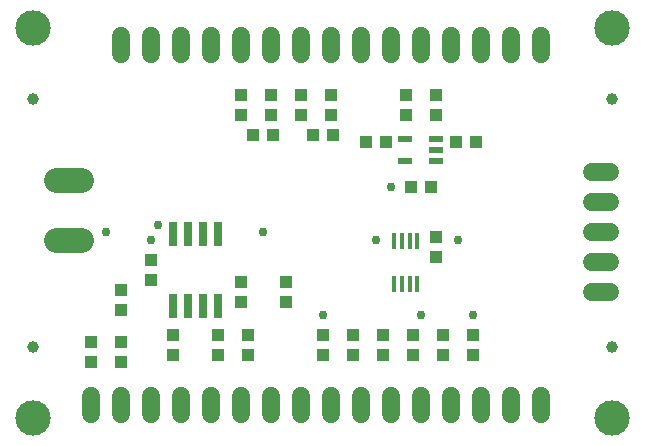
<source format=gts>
G75*
%MOIN*%
%OFA0B0*%
%FSLAX25Y25*%
%IPPOS*%
%LPD*%
%AMOC8*
5,1,8,0,0,1.08239X$1,22.5*
%
%ADD10C,0.06000*%
%ADD11R,0.04331X0.03937*%
%ADD12R,0.01400X0.05200*%
%ADD13R,0.04724X0.02165*%
%ADD14R,0.03937X0.04331*%
%ADD15C,0.03937*%
%ADD16C,0.11811*%
%ADD17C,0.08250*%
%ADD18R,0.02600X0.08000*%
%ADD19C,0.02953*%
D10*
X0066500Y0052000D02*
X0066500Y0058000D01*
X0076500Y0058000D02*
X0076500Y0052000D01*
X0086500Y0052000D02*
X0086500Y0058000D01*
X0096500Y0058000D02*
X0096500Y0052000D01*
X0106500Y0052000D02*
X0106500Y0058000D01*
X0116500Y0058000D02*
X0116500Y0052000D01*
X0126500Y0052000D02*
X0126500Y0058000D01*
X0136500Y0058000D02*
X0136500Y0052000D01*
X0146500Y0052000D02*
X0146500Y0058000D01*
X0156500Y0058000D02*
X0156500Y0052000D01*
X0166500Y0052000D02*
X0166500Y0058000D01*
X0176500Y0058000D02*
X0176500Y0052000D01*
X0186500Y0052000D02*
X0186500Y0058000D01*
X0196500Y0058000D02*
X0196500Y0052000D01*
X0206500Y0052000D02*
X0206500Y0058000D01*
X0216500Y0058000D02*
X0216500Y0052000D01*
X0233500Y0092500D02*
X0239500Y0092500D01*
X0239500Y0102500D02*
X0233500Y0102500D01*
X0233500Y0112500D02*
X0239500Y0112500D01*
X0239500Y0122500D02*
X0233500Y0122500D01*
X0233500Y0132500D02*
X0239500Y0132500D01*
X0216500Y0172000D02*
X0216500Y0178000D01*
X0206500Y0178000D02*
X0206500Y0172000D01*
X0196500Y0172000D02*
X0196500Y0178000D01*
X0186500Y0178000D02*
X0186500Y0172000D01*
X0176500Y0172000D02*
X0176500Y0178000D01*
X0166500Y0178000D02*
X0166500Y0172000D01*
X0156500Y0172000D02*
X0156500Y0178000D01*
X0146500Y0178000D02*
X0146500Y0172000D01*
X0136500Y0172000D02*
X0136500Y0178000D01*
X0126500Y0178000D02*
X0126500Y0172000D01*
X0116500Y0172000D02*
X0116500Y0178000D01*
X0106500Y0178000D02*
X0106500Y0172000D01*
X0096500Y0172000D02*
X0096500Y0178000D01*
X0086500Y0178000D02*
X0086500Y0172000D01*
X0076500Y0172000D02*
X0076500Y0178000D01*
D11*
X0116500Y0158346D03*
X0116500Y0151654D03*
X0120654Y0145000D03*
X0127346Y0145000D03*
X0126500Y0151654D03*
X0126500Y0158346D03*
X0136500Y0158346D03*
X0136500Y0151654D03*
X0140654Y0145000D03*
X0147346Y0145000D03*
X0146500Y0151654D03*
X0146500Y0158346D03*
X0171500Y0158346D03*
X0171500Y0151654D03*
X0181500Y0151654D03*
X0181500Y0158346D03*
X0179846Y0127500D03*
X0173154Y0127500D03*
X0131500Y0095846D03*
X0131500Y0089154D03*
X0144000Y0078346D03*
X0144000Y0071654D03*
X0154000Y0071654D03*
X0154000Y0078346D03*
X0164000Y0078346D03*
X0164000Y0071654D03*
X0174000Y0071654D03*
X0174000Y0078346D03*
X0184000Y0078346D03*
X0184000Y0071654D03*
X0194000Y0071654D03*
X0194000Y0078346D03*
X0119000Y0078346D03*
X0119000Y0071654D03*
X0109000Y0071654D03*
X0109000Y0078346D03*
X0076500Y0075846D03*
X0076500Y0069154D03*
X0066500Y0069154D03*
X0066500Y0075846D03*
X0076500Y0086654D03*
X0076500Y0093346D03*
D12*
X0167700Y0095300D03*
X0170200Y0095300D03*
X0172800Y0095300D03*
X0175300Y0095300D03*
X0175300Y0109700D03*
X0172800Y0109700D03*
X0170200Y0109700D03*
X0167700Y0109700D03*
D13*
X0171382Y0136260D03*
X0171382Y0143740D03*
X0181618Y0143740D03*
X0181618Y0140000D03*
X0181618Y0136260D03*
D14*
X0188154Y0142500D03*
X0194846Y0142500D03*
X0164846Y0142500D03*
X0158154Y0142500D03*
X0181500Y0110846D03*
X0181500Y0104154D03*
X0116500Y0095846D03*
X0116500Y0089154D03*
X0094000Y0078346D03*
X0094000Y0071654D03*
X0086500Y0096654D03*
X0086500Y0103346D03*
D15*
X0047248Y0074370D03*
X0047248Y0157047D03*
X0240161Y0157047D03*
X0240161Y0074370D03*
D16*
X0047248Y0050748D03*
X0047248Y0180669D03*
X0240161Y0180669D03*
X0240161Y0050748D03*
D17*
X0063125Y0110000D02*
X0054875Y0110000D01*
X0054875Y0130000D02*
X0063125Y0130000D01*
D18*
X0094000Y0112100D03*
X0099000Y0112100D03*
X0104000Y0112100D03*
X0109000Y0112100D03*
X0109000Y0087900D03*
X0104000Y0087900D03*
X0099000Y0087900D03*
X0094000Y0087900D03*
D19*
X0086500Y0110000D03*
X0089000Y0115000D03*
X0071500Y0112500D03*
X0124000Y0112500D03*
X0144000Y0085000D03*
X0161500Y0110000D03*
X0166500Y0127500D03*
X0189000Y0110000D03*
X0194000Y0085000D03*
X0176500Y0085000D03*
M02*

</source>
